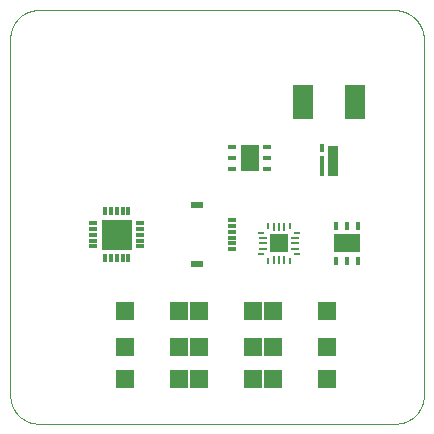
<source format=gtp>
G04 EAGLE Gerber RS-274X export*
G75*
%MOMM*%
%FSLAX35Y35*%
%LPD*%
%INsolder_paste_top*%
%IPPOS*%
%AMOC8*
5,1,8,0,0,1.08239X$1,22.5*%
G01*
%ADD10C,0.000000*%
%ADD11R,1.500000X2.300000*%
%ADD12R,0.710000X0.460000*%
%ADD13R,2.500000X2.500000*%
%ADD14R,0.300000X0.750000*%
%ADD15R,0.750000X0.300000*%
%ADD16R,0.950000X2.500000*%
%ADD17R,0.300000X1.770000*%
%ADD18R,0.300000X0.650000*%
%ADD19R,1.500000X1.500000*%
%ADD20R,0.250000X0.800000*%
%ADD21R,0.800000X0.250000*%
%ADD22R,0.550000X0.250000*%
%ADD23R,0.250000X0.550000*%
%ADD24R,0.700000X0.300000*%
%ADD25R,1.000000X0.600000*%
%ADD26R,1.700000X3.000000*%
%ADD27R,1.600000X1.600000*%
%ADD28R,2.300000X1.500000*%
%ADD29R,0.460000X0.710000*%


D10*
X250000Y0D02*
X3250000Y0D01*
X3500000Y225000D02*
X3500000Y3275000D01*
X3225000Y3500000D02*
X250000Y3500000D01*
X0Y3275000D02*
X0Y225000D01*
X0Y3275000D02*
X371Y3280735D01*
X881Y3286460D01*
X1529Y3292170D01*
X2315Y3297864D01*
X3238Y3303536D01*
X4298Y3309185D01*
X5494Y3314806D01*
X6826Y3320397D01*
X8292Y3325954D01*
X9892Y3331474D01*
X11626Y3336954D01*
X13491Y3342390D01*
X15487Y3347780D01*
X17612Y3353120D01*
X19866Y3358406D01*
X22247Y3363637D01*
X24754Y3368809D01*
X27385Y3373919D01*
X30138Y3378963D01*
X33013Y3383940D01*
X36007Y3388846D01*
X39119Y3393678D01*
X42347Y3398433D01*
X45688Y3403109D01*
X49142Y3407703D01*
X52706Y3412212D01*
X56377Y3416633D01*
X60154Y3420965D01*
X64035Y3425204D01*
X68018Y3429348D01*
X72099Y3433395D01*
X76276Y3437342D01*
X80548Y3441186D01*
X84912Y3444927D01*
X89365Y3448561D01*
X93904Y3452086D01*
X98527Y3455500D01*
X103231Y3458802D01*
X108014Y3461989D01*
X112872Y3465060D01*
X117803Y3468012D01*
X122804Y3470844D01*
X127872Y3473555D01*
X133003Y3476142D01*
X138196Y3478605D01*
X143447Y3480942D01*
X148753Y3483150D01*
X154111Y3485230D01*
X159517Y3487180D01*
X164969Y3488999D01*
X170463Y3490686D01*
X175997Y3492239D01*
X181566Y3493658D01*
X187168Y3494942D01*
X192799Y3496090D01*
X198457Y3497102D01*
X204137Y3497977D01*
X209837Y3498715D01*
X215553Y3499314D01*
X221281Y3499775D01*
X227020Y3500098D01*
X232764Y3500282D01*
X238511Y3500327D01*
X244257Y3500233D01*
X250000Y3500000D01*
X3225000Y3500000D02*
X3231143Y3500538D01*
X3237297Y3500926D01*
X3243459Y3501162D01*
X3249625Y3501247D01*
X3255791Y3501180D01*
X3261953Y3500962D01*
X3268109Y3500594D01*
X3274253Y3500074D01*
X3280383Y3499403D01*
X3286494Y3498582D01*
X3292584Y3497612D01*
X3298648Y3496492D01*
X3304682Y3495224D01*
X3310684Y3493808D01*
X3316649Y3492246D01*
X3322574Y3490537D01*
X3328455Y3488684D01*
X3334289Y3486686D01*
X3340072Y3484546D01*
X3345801Y3482265D01*
X3351472Y3479844D01*
X3357083Y3477285D01*
X3362628Y3474588D01*
X3368106Y3471757D01*
X3373512Y3468792D01*
X3378845Y3465694D01*
X3384099Y3462467D01*
X3389273Y3459113D01*
X3394363Y3455632D01*
X3399366Y3452027D01*
X3404279Y3448300D01*
X3409099Y3444454D01*
X3413823Y3440491D01*
X3418449Y3436414D01*
X3422973Y3432224D01*
X3427393Y3427924D01*
X3431706Y3423517D01*
X3435909Y3419005D01*
X3440001Y3414392D01*
X3443978Y3409679D01*
X3447839Y3404871D01*
X3451580Y3399969D01*
X3455199Y3394977D01*
X3458695Y3389897D01*
X3462066Y3384733D01*
X3465309Y3379489D01*
X3468422Y3374166D01*
X3471403Y3368768D01*
X3474251Y3363299D01*
X3476964Y3357761D01*
X3479540Y3352159D01*
X3481978Y3346495D01*
X3484276Y3340773D01*
X3486433Y3334996D01*
X3488448Y3329168D01*
X3490319Y3323292D01*
X3492045Y3317372D01*
X3493626Y3311412D01*
X3495060Y3305415D01*
X3496346Y3299384D01*
X3497484Y3293323D01*
X3498472Y3287237D01*
X3499311Y3281128D01*
X3500000Y3275000D01*
X3500000Y225000D02*
X3499629Y219265D01*
X3499119Y213540D01*
X3498471Y207830D01*
X3497685Y202136D01*
X3496762Y196464D01*
X3495702Y190815D01*
X3494506Y185194D01*
X3493174Y179603D01*
X3491708Y174046D01*
X3490108Y168526D01*
X3488374Y163046D01*
X3486509Y157610D01*
X3484513Y152220D01*
X3482388Y146880D01*
X3480134Y141594D01*
X3477753Y136363D01*
X3475246Y131191D01*
X3472615Y126081D01*
X3469862Y121037D01*
X3466987Y116060D01*
X3463993Y111154D01*
X3460881Y106322D01*
X3457653Y101567D01*
X3454312Y96891D01*
X3450858Y92297D01*
X3447294Y87788D01*
X3443623Y83367D01*
X3439846Y79035D01*
X3435965Y74796D01*
X3431982Y70652D01*
X3427901Y66605D01*
X3423724Y62658D01*
X3419452Y58814D01*
X3415088Y55073D01*
X3410635Y51439D01*
X3406096Y47914D01*
X3401473Y44500D01*
X3396769Y41198D01*
X3391986Y38011D01*
X3387128Y34940D01*
X3382197Y31988D01*
X3377196Y29156D01*
X3372128Y26445D01*
X3366997Y23858D01*
X3361804Y21395D01*
X3356553Y19058D01*
X3351247Y16850D01*
X3345889Y14770D01*
X3340483Y12820D01*
X3335031Y11001D01*
X3329537Y9314D01*
X3324003Y7761D01*
X3318434Y6342D01*
X3312832Y5058D01*
X3307201Y3910D01*
X3301543Y2898D01*
X3295863Y2023D01*
X3290163Y1285D01*
X3284447Y686D01*
X3278719Y225D01*
X3272980Y-98D01*
X3267236Y-282D01*
X3261489Y-327D01*
X3255743Y-233D01*
X3250000Y0D01*
X250000Y0D02*
X244257Y-233D01*
X238511Y-327D01*
X232764Y-282D01*
X227020Y-98D01*
X221281Y225D01*
X215553Y686D01*
X209837Y1285D01*
X204137Y2023D01*
X198457Y2898D01*
X192799Y3910D01*
X187168Y5058D01*
X181566Y6342D01*
X175997Y7761D01*
X170463Y9314D01*
X164969Y11001D01*
X159517Y12820D01*
X154111Y14770D01*
X148753Y16850D01*
X143447Y19058D01*
X138196Y21395D01*
X133003Y23858D01*
X127872Y26445D01*
X122804Y29156D01*
X117803Y31988D01*
X112872Y34940D01*
X108014Y38011D01*
X103231Y41198D01*
X98527Y44500D01*
X93904Y47914D01*
X89365Y51439D01*
X84912Y55073D01*
X80548Y58814D01*
X76276Y62658D01*
X72099Y66605D01*
X68018Y70652D01*
X64035Y74796D01*
X60154Y79035D01*
X56377Y83367D01*
X52706Y87788D01*
X49142Y92297D01*
X45688Y96891D01*
X42347Y101567D01*
X39119Y106322D01*
X36007Y111154D01*
X33013Y116060D01*
X30138Y121037D01*
X27385Y126081D01*
X24754Y131191D01*
X22247Y136363D01*
X19866Y141594D01*
X17612Y146880D01*
X15487Y152220D01*
X13491Y157610D01*
X11626Y163046D01*
X9892Y168526D01*
X8292Y174046D01*
X6826Y179603D01*
X5494Y185194D01*
X4298Y190815D01*
X3238Y196464D01*
X2315Y202136D01*
X1529Y207830D01*
X881Y213540D01*
X371Y219265D01*
X0Y225000D01*
X3225000Y3500000D02*
X3231143Y3500538D01*
X3237297Y3500926D01*
X3243459Y3501162D01*
X3249625Y3501247D01*
X3255791Y3501180D01*
X3261953Y3500962D01*
X3268109Y3500594D01*
X3274253Y3500074D01*
X3280383Y3499403D01*
X3286494Y3498582D01*
X3292584Y3497612D01*
X3298648Y3496492D01*
X3304682Y3495224D01*
X3310684Y3493808D01*
X3316649Y3492246D01*
X3322574Y3490537D01*
X3328455Y3488684D01*
X3334289Y3486686D01*
X3340072Y3484546D01*
X3345801Y3482265D01*
X3351472Y3479844D01*
X3357083Y3477285D01*
X3362628Y3474588D01*
X3368106Y3471757D01*
X3373512Y3468792D01*
X3378845Y3465694D01*
X3384099Y3462467D01*
X3389273Y3459113D01*
X3394363Y3455632D01*
X3399366Y3452027D01*
X3404279Y3448300D01*
X3409099Y3444454D01*
X3413823Y3440491D01*
X3418449Y3436414D01*
X3422973Y3432224D01*
X3427393Y3427924D01*
X3431706Y3423517D01*
X3435909Y3419005D01*
X3440001Y3414392D01*
X3443978Y3409679D01*
X3447839Y3404871D01*
X3451580Y3399969D01*
X3455199Y3394977D01*
X3458695Y3389897D01*
X3462066Y3384733D01*
X3465309Y3379489D01*
X3468422Y3374166D01*
X3471403Y3368768D01*
X3474251Y3363299D01*
X3476964Y3357761D01*
X3479540Y3352159D01*
X3481978Y3346495D01*
X3484276Y3340773D01*
X3486433Y3334996D01*
X3488448Y3329168D01*
X3490319Y3323292D01*
X3492045Y3317372D01*
X3493626Y3311412D01*
X3495060Y3305415D01*
X3496346Y3299384D01*
X3497484Y3293323D01*
X3498472Y3287237D01*
X3499311Y3281128D01*
X3500000Y3275000D01*
X3500000Y225000D02*
X3499629Y219265D01*
X3499119Y213540D01*
X3498471Y207830D01*
X3497685Y202136D01*
X3496762Y196464D01*
X3495702Y190815D01*
X3494506Y185194D01*
X3493174Y179603D01*
X3491708Y174046D01*
X3490108Y168526D01*
X3488374Y163046D01*
X3486509Y157610D01*
X3484513Y152220D01*
X3482388Y146880D01*
X3480134Y141594D01*
X3477753Y136363D01*
X3475246Y131191D01*
X3472615Y126081D01*
X3469862Y121037D01*
X3466987Y116060D01*
X3463993Y111154D01*
X3460881Y106322D01*
X3457653Y101567D01*
X3454312Y96891D01*
X3450858Y92297D01*
X3447294Y87788D01*
X3443623Y83367D01*
X3439846Y79035D01*
X3435965Y74796D01*
X3431982Y70652D01*
X3427901Y66605D01*
X3423724Y62658D01*
X3419452Y58814D01*
X3415088Y55073D01*
X3410635Y51439D01*
X3406096Y47914D01*
X3401473Y44500D01*
X3396769Y41198D01*
X3391986Y38011D01*
X3387128Y34940D01*
X3382197Y31988D01*
X3377196Y29156D01*
X3372128Y26445D01*
X3366997Y23858D01*
X3361804Y21395D01*
X3356553Y19058D01*
X3351247Y16850D01*
X3345889Y14770D01*
X3340483Y12820D01*
X3335031Y11001D01*
X3329537Y9314D01*
X3324003Y7761D01*
X3318434Y6342D01*
X3312832Y5058D01*
X3307201Y3910D01*
X3301543Y2898D01*
X3295863Y2023D01*
X3290163Y1285D01*
X3284447Y686D01*
X3278719Y225D01*
X3272980Y-98D01*
X3267236Y-282D01*
X3261489Y-327D01*
X3255743Y-233D01*
X3250000Y0D01*
X250000Y0D02*
X244257Y-233D01*
X238511Y-327D01*
X232764Y-282D01*
X227020Y-98D01*
X221281Y225D01*
X215553Y686D01*
X209837Y1285D01*
X204137Y2023D01*
X198457Y2898D01*
X192799Y3910D01*
X187168Y5058D01*
X181566Y6342D01*
X175997Y7761D01*
X170463Y9314D01*
X164969Y11001D01*
X159517Y12820D01*
X154111Y14770D01*
X148753Y16850D01*
X143447Y19058D01*
X138196Y21395D01*
X133003Y23858D01*
X127872Y26445D01*
X122804Y29156D01*
X117803Y31988D01*
X112872Y34940D01*
X108014Y38011D01*
X103231Y41198D01*
X98527Y44500D01*
X93904Y47914D01*
X89365Y51439D01*
X84912Y55073D01*
X80548Y58814D01*
X76276Y62658D01*
X72099Y66605D01*
X68018Y70652D01*
X64035Y74796D01*
X60154Y79035D01*
X56377Y83367D01*
X52706Y87788D01*
X49142Y92297D01*
X45688Y96891D01*
X42347Y101567D01*
X39119Y106322D01*
X36007Y111154D01*
X33013Y116060D01*
X30138Y121037D01*
X27385Y126081D01*
X24754Y131191D01*
X22247Y136363D01*
X19866Y141594D01*
X17612Y146880D01*
X15487Y152220D01*
X13491Y157610D01*
X11626Y163046D01*
X9892Y168526D01*
X8292Y174046D01*
X6826Y179603D01*
X5494Y185194D01*
X4298Y190815D01*
X3238Y196464D01*
X2315Y202136D01*
X1529Y207830D01*
X881Y213540D01*
X371Y219265D01*
X0Y225000D01*
D11*
X2025000Y2250000D03*
D12*
X1877000Y2344000D03*
X1877000Y2250000D03*
X1877000Y2156000D03*
X2173000Y2250000D03*
X2173000Y2155000D03*
X2173000Y2345000D03*
D13*
X900000Y1600000D03*
D14*
X800000Y1800000D03*
X850000Y1800000D03*
X900000Y1800000D03*
X950000Y1800000D03*
X1000000Y1800000D03*
X1000000Y1400000D03*
X950000Y1400000D03*
X900000Y1400000D03*
X850000Y1400000D03*
X800000Y1400000D03*
D15*
X1100000Y1500000D03*
X1100000Y1550000D03*
X1100000Y1600000D03*
X1100000Y1650000D03*
X1100000Y1700000D03*
X700000Y1700000D03*
X700000Y1650000D03*
X700000Y1600000D03*
X700000Y1550000D03*
X700000Y1500000D03*
D16*
X2732560Y2225405D03*
D17*
X2640000Y2178720D03*
D18*
X2640340Y2337610D03*
D19*
X2275000Y1525000D03*
D20*
X2230000Y1665000D03*
X2275000Y1665000D03*
X2320000Y1665000D03*
X2230000Y1385000D03*
X2275000Y1385000D03*
X2320000Y1385000D03*
D21*
X2410000Y1480000D03*
X2410000Y1525000D03*
X2410000Y1570000D03*
X2135000Y1480000D03*
X2135000Y1525000D03*
X2135000Y1570000D03*
D22*
X2123000Y1435000D03*
D23*
X2185000Y1373000D03*
X2185000Y1677000D03*
D22*
X2123000Y1615000D03*
D23*
X2365000Y1677000D03*
X2365000Y1373000D03*
D22*
X2423000Y1435000D03*
X2423000Y1615000D03*
D24*
X1877000Y1575000D03*
X1877000Y1625000D03*
X1877000Y1675000D03*
X1877000Y1525000D03*
X1877000Y1475000D03*
X1877000Y1725000D03*
D25*
X1577000Y1850000D03*
X1577000Y1350000D03*
D26*
X2480000Y2725000D03*
X2920000Y2725000D03*
D27*
X1430000Y950000D03*
X970000Y950000D03*
X2055000Y950000D03*
X1595000Y950000D03*
X2680000Y950000D03*
X2220000Y950000D03*
X1430000Y650000D03*
X970000Y650000D03*
X2055000Y650000D03*
X1595000Y650000D03*
X2680000Y650000D03*
X2220000Y650000D03*
X1430000Y375000D03*
X970000Y375000D03*
X2055000Y375000D03*
X1595000Y375000D03*
X2680000Y375000D03*
X2220000Y375000D03*
D28*
X2850000Y1525000D03*
D29*
X2944000Y1673000D03*
X2850000Y1673000D03*
X2756000Y1673000D03*
X2850000Y1377000D03*
X2755000Y1377000D03*
X2945000Y1377000D03*
M02*

</source>
